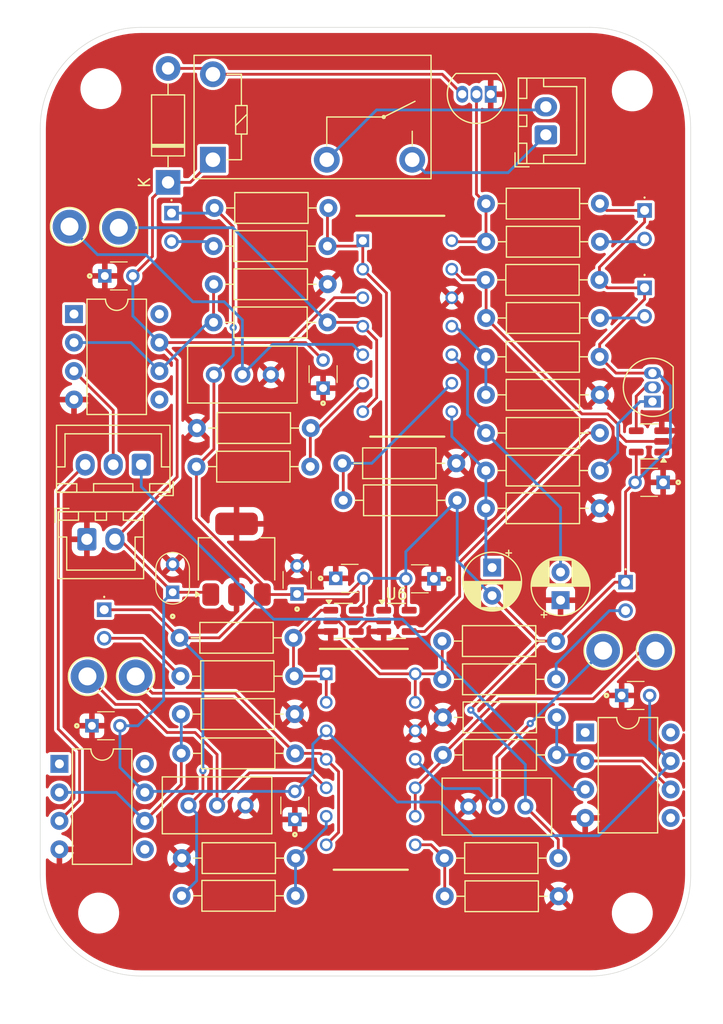
<source format=kicad_pcb>
(kicad_pcb (version 20240108) (generator "pcbnew") (generator_version "8.0")
  (title_block (title "Brake System Plausibility Device") (date "2023-07-26") (rev "v03") (company "UCD Formula Student") (comment 1 "Author: Nebojša Cvetković / Darren Garrett"))
  (layers (0 "F.Cu" signal) (31 "B.Cu" signal) (34 "B.Paste" user) (35 "F.Paste" user) (36 "B.SilkS" user "B.Silkscreen") (37 "F.SilkS" user "F.Silkscreen") (38 "B.Mask" user) (39 "F.Mask" user) (44 "Edge.Cuts" user))
  (net 0 "")
  (net 1 "Net-(U19A--)")
  (net 2 "Net-(U19C--)")
  (net 3 "Net-(U5A--)")
  (net 4 "Net-(R20-Pad1)")
  (net 5 "/500ms")
  (net 6 "/10s")
  (net 7 "CURRENT_SENSOR")
  (net 8 "+5V")
  (net 9 "Net-(R13-Pad1)")
  (net 10 "CURRENT_SENSOR_{BUF}")
  (net 11 "Net-(R26-Pad1)")
  (net 12 "GLV-")
  (net 13 "GLV+")
  (net 14 "Net-(D9-A)")
  (net 15 "BRAKE_SENSOR_FRONT")
  (net 16 "BRAKE_SENSOR_REAR")
  (net 17 "BSPD_Shutdown-")
  (net 18 "BSPD_Shutdown+")
  (net 19 "Net-(Q1-S)")
  (net 20 "Net-(Q1-G)")
  (net 21 "Net-(Q2-G)")
  (net 22 "BRAKE_SENSOR_FRONT_{BUF}")
  (net 23 "BRAKE_SENSOR_REAR_{BUF}")
  (net 24 "Net-(U19B--)")
  (net 25 "Net-(U19D--)")
  (net 26 "Net-(U5B--)")
  (net 27 "Net-(R14-Pad1)")
  (net 28 "Net-(R15-Pad1)")
  (net 29 "Net-(U5C-+)")
  (net 30 "Net-(U5D-+)")
  (net 31 "Net-(U19A-+)")
  (net 32 "Net-(U19C-+)")
  (net 33 "Net-(U5A-+)")
  (net 43 "Net-(U18-Pad4)")
  (net 45 "Net-(LED1-K)")
  (net 46 "Net-(LED2-K)")
  (net 47 "Net-(LED3-K)")
  (net 48 "Net-(LED4-K)")
  (net 49 "Net-(LED5-K)")
  (footprint "Resistor_THT:R_Axial_DIN0207_L6.3mm_D2.5mm_P10.16mm_Horizontal" (layer "F.Cu") (at 61.72 75.3)
    (property "Reference" "R24" (hide yes))
    (property "Value" "39k" (hide yes))
  )
  (footprint "MountingHole:MountingHole_3.2mm_M3" (layer "F.Cu") (at 87.5 112.1)
    (property "Reference" "REF**" (hide yes))
    (property "Value" "MountingHole_3.2mm_M3" (hide yes))
  )
  (footprint "Package_TO_SOT_SMD:SOT-23-5" (layer "F.Cu") (at 66.4625 86.05)
    (property "Reference" "U6")
    (property "Value" "SN74AHC1G02DBVR")
  )
  (footprint "FA14_Capacitor:FA18X7R1H104KNU00" (layer "F.Cu") (at 69.7975 82.3 180)
    (property "Reference" "C8" (hide yes))
    (property "Value" "0.1uF" (hide yes))
  )
  (footprint "TestPoint:TestPoint_Loop_D2.60mm_Drill1.6mm_Beaded" (layer "F.Cu") (at 38.9 91)
    (property "Reference" "TP5" (hide yes))
    (property "Value" "TestPoint" (hide yes))
  )
  (footprint "Resistor_THT:R_Axial_DIN0207_L6.3mm_D2.5mm_P10.16mm_Horizontal" (layer "F.Cu") (at 70.6 94.65)
    (property "Reference" "R3" (hide yes))
    (property "Value" "100k" (hide yes))
  )
  (footprint "Resistor_THT:R_Axial_DIN0207_L6.3mm_D2.5mm_P10.16mm_Horizontal" (layer "F.Cu") (at 80.71 91.26 180)
    (property "Reference" "R18" (hide yes))
    (property "Value" "10k" (hide yes))
  )
  (footprint "Connector_JST:JST_XH_B2B-XH-A_1x02_P2.50mm_Vertical" (layer "F.Cu") (at 38.85 78.775)
    (property "Reference" "J3" (hide yes))
    (property "Value" "Conn_01x02" (hide yes))
  )
  (footprint "Relay_THT:Relay_SPST_Omron-G5Q-1A" (layer "F.Cu") (at 50.09 44.94)
    (property "Reference" "K1" (hide yes))
    (property "Value" "G5Q-1A4-DC12" (hide yes))
  )
  (footprint "FA14_Capacitor:FA18X7R1H104KNU00" (layer "F.Cu") (at 57.4 103.75 90)
    (property "Reference" "C7" (hide yes))
    (property "Value" "0.1uF" (hide yes))
  )
  (footprint "Resistor_THT:R_Axial_DIN0207_L6.3mm_D2.5mm_P10.16mm_Horizontal" (layer "F.Cu") (at 60.39 49.24 180)
    (property "Reference" "R13" (hide yes))
    (property "Value" "10k" (hide yes))
  )
  (footprint "Resistor_THT:R_Axial_DIN0207_L6.3mm_D2.5mm_P10.16mm_Horizontal" (layer "F.Cu") (at 84.62 59.05 180)
    (property "Reference" "R28" (hide yes))
    (property "Value" "10k" (hide yes))
  )
  (footprint "MountingHole:MountingHole_3.2mm_M3" (layer "F.Cu") (at 40.1 38.6)
    (property "Reference" "REF**" (hide yes))
    (property "Value" "MountingHole_3.2mm_M3" (hide yes))
  )
  (footprint "Potentiometer_THT:Potentiometer_Bourns_3296W_Vertical" (layer "F.Cu") (at 77.96 102.6)
    (property "Reference" "RV3" (hide yes))
    (property "Value" "10k potentiometer" (hide yes))
  )
  (footprint "Resistor_THT:R_Axial_DIN0207_L6.3mm_D2.5mm_P10.16mm_Horizontal" (layer "F.Cu") (at 60.31 59.44 180)
    (property "Reference" "R4" (hide yes))
    (property "Value" "1k" (hide yes))
  )
  (footprint "LTL1CHG:LTL1CHG" (layer "F.Cu") (at 86.9 82.6 -90)
    (property "Reference" "LED3" (hide yes))
    (property "Value" "LTL-1CHG" (hide yes))
  )
  (footprint "LM339N:DIP794W53P254L1930H508Q14N" (layer "F.Cu") (at 64.17 98.39)
    (property "Reference" "U19" (hide yes))
    (property "Value" "LM339N" (hide yes))
  )
  (footprint "TestPoint:TestPoint_Loop_D2.60mm_Drill1.6mm_Beaded" (layer "F.Cu") (at 37.3 50.9)
    (property "Reference" "TP4" (hide yes))
    (property "Value" "TestPoint" (hide yes))
  )
  (footprint "TestPoint:TestPoint_Loop_D2.60mm_Drill1.6mm_Beaded" (layer "F.Cu") (at 43.2 91)
    (property "Reference" "TP2" (hide yes))
    (property "Value" "TestPoint" (hide yes))
  )
  (footprint "Capacitor_THT:CP_Radial_D5.0mm_P2.50mm" (layer "F.Cu") (at 81.1 84.205113 90)
    (property "Reference" "C10" (hide yes))
    (property "Value" "10uF" (hide yes))
  )
  (footprint "LTL1CHG:LTL1CHG" (layer "F.Cu") (at 88.595 49.46 -90)
    (property "Reference" "LED5" (hide yes))
    (property "Value" "LTL-1CHG" (hide yes))
  )
  (footprint "LTL1CHG:LTL1CHG" (layer "F.Cu") (at 88.595 56.36 -90)
    (property "Reference" "LED4" (hide yes))
    (property "Value" "LTL-1CHG" (hide yes))
  )
  (footprint "Resistor_THT:R_Axial_DIN0207_L6.3mm_D2.5mm_P10.16mm_Horizontal" (layer "F.Cu") (at 47.32 107.2)
    (property "Reference" "R10" (hide yes))
    (property "Value" "10k" (hide yes))
  )
  (footprint "Package_DIP:DIP-8_W7.62mm" (layer "F.Cu") (at 36.4 98.8)
    (property "Reference" "U2" (hide yes))
    (property "Value" "LM741CN/NOPB" (hide yes))
  )
  (footprint "Resistor_THT:R_Axial_DIN0207_L6.3mm_D2.5mm_P10.16mm_Horizontal" (layer "F.Cu") (at 57.39 94.36 180)
    (property "Reference" "R2" (hide yes))
    (property "Value" "100k" (hide yes))
  )
  (footprint "FA14_Capacitor:FA18X7R1H104KNU00" (layer "F.Cu") (at 39.3 95.4)
    (property "Reference" "C2" (hide yes))
    (property "Value" "0.1uF" (hide yes))
  )
  (footprint "Resistor_THT:R_Axial_DIN0207_L6.3mm_D2.5mm_P10.16mm_Horizontal" (layer "F.Cu") (at 47.19 90.98)
    (property "Reference" "R17" (hide yes))
    (property "Value" "10k" (hide yes))
  )
  (footprint "Resistor_THT:R_Axial_DIN0207_L6.3mm_D2.5mm_P10.16mm_Horizontal" (layer "F.Cu") (at 84.6 76.01 180)
    (property "Reference" "R21" (hide yes))
    (property "Value" "1M" (hide yes))
  )
  (footprint "Resistor_THT:R_Axial_DIN0207_L6.3mm_D2.5mm_P10.16mm_Horizontal" (layer "F.Cu") (at 70.6 98)
    (property "Reference" "R6" (hide yes))
    (property "Value" "1k" (hide yes))
  )
  (footprint "TestPoint:TestPoint_Loop_D2.60mm_Drill1.6mm_Beaded" (layer "F.Cu") (at 84.9 88.7)
    (property "Reference" "TP6" (hide yes))
    (property "Value" "TestPoint" (hide yes))
  )
  (footprint "Resistor_THT:R_Axial_DIN0207_L6.3mm_D2.5mm_P10.16mm_Horizontal" (layer "F.Cu") (at 84.61 48.85 180)
    (property "Reference" "R27" (hide yes))
    (property "Value" "10k" (hide yes))
  )
  (footprint "Diode_THT:D_DO-41_SOD81_P10.16mm_Horizontal" (layer "F.Cu") (at 46.09 46.96 90)
    (property "Reference" "D9" (hide yes))
    (property "Value" "1N4001" (hide yes))
  )
  (footprint "TestPoint:TestPoint_Loop_D2.60mm_Drill1.6mm_Beaded" (layer "F.Cu") (at 41.7 51)
    (property "Reference" "TP1" (hide yes))
    (property "Value" "TestPoint" (hide yes))
  )
  (footprint "Resistor_THT:R_Axial_DIN0207_L6.3mm_D2.5mm_P10.16mm_Horizontal" (layer "F.Cu") (at 60.31 52.64 180)
    (property "Reference" "R16" (hide yes))
    (property "Value" "10k" (hide yes))
  )
  (footprint "Package_TO_SOT_SMD:SOT-223-3_TabPin2" (layer "F.Cu") (at 52.2 80.55 90)
    (property "Reference" "U4" (hide yes))
    (property "Value" "LM7805MPX/NOPB" (hide yes))
  )
  (footprint "Resistor_THT:R_Axial_DIN0207_L6.3mm_D2.5mm_P10.16mm_Horizontal" (layer "F.Cu") (at 80.93 110.6 180)
    (property "Reference" "R12" (hide yes))
    (property "Value" "10k" (hide yes))
  )
  (footprint "Resistor_THT:R_Axial_DIN0207_L6.3mm_D2.5mm_P10.16mm_Horizontal" (layer "F.Cu") (at 48.66 68.86)
    (property "Reference" "R8" (hide yes))
    (property "Value" "10k" (hide yes))
  )
  (footprint "Resistor_THT:R_Axial_DIN0207_L6.3mm_D2.5mm_P10.16mm_Horizontal" (layer "F.Cu") (at 74.41 55.65)
    (property "Reference" "R26" (hide yes))
    (property "Value" "10k" (hide yes))
  )
  (footprint "FA14_Capacitor:FA18X7R1H104KNU00" (layer "F.Cu") (at 40.45 55.3)
    (property "Reference" "C1" (hide yes))
    (property "Value" "0.1uF" (hide yes))
  )
  (footprint "LTL1CHG:LTL1CHG" (layer "F.Cu") (at 46.4 49.7 -90)
    (property "Reference" "LED1" (hide yes))
    (property "Value" "LTL-1CHG" (hide yes))
  )
  (footprint "FA14_Capacitor:FA18X7R1H104KNU00" (layer "F.Cu") (at 90.25 73.7 180)
    (property "Reference" "C6" (hide yes))
    (property "Value" "0.1uF" (hide yes))
  )
  (footprint "Potentiometer_THT:Potentiometer_Bourns_3296W_Vertical" (layer "F.Cu") (at 47.92 102.5 180)
    (property "Reference" "RV2" (hide yes))
    (property "Value" "10k potentiometer" (hide yes))
  )
  (footprint "FA14_Capacitor:FA18X7R1H104KNU00" (layer "F.Cu") (at 86.55 92.7)
    (property "Reference" "C3" (hide yes))
    (property "Value" "0.1uF" (hide yes))
  )
  (footprint "MountingHole:MountingHole_3.2mm_M3" (layer "F.Cu") (at 39.9 112.1)
    (property "Reference" "REF**" (hide yes))
    (property "Value" "MountingHole_3.2mm_M3" (hide yes))
  )
  (footprint "Capacitor_THT:CP_Radial_D5.0mm_P2.50mm" (layer "F.Cu") (at 75 81.3 -90)
    (property "Reference" "C11" (hide yes))
    (property "Value" "10uF" (hide yes))
  )
  (footprint "Potentiometer_THT:Potentiometer_Bourns_3296W_Vertical" (layer "F.Cu") (at 50.18 64.1 180)
    (property "Reference" "RV1" (hide yes))
    (property "Value" "10k potentiometer" (hide yes))
  )
  (footprint "LTL1CHG:LTL1CHG" (layer "F.Cu") (at 40.395 85.06 -90)
    (property "Reference" "LED2" (hide yes))
    (property "Value" "LTL-1CHG" (hide yes))
  )
  (footprint "Resistor_THT:R_Axial_DIN0207_L6.3mm_D2.5mm_P10.16mm_Horizontal" (layer "F.Cu") (at 71.8 72 180)
    (property "Reference" "R25" (hide yes))
    (property "Value" "10k" (hide yes))
  )
  (footprint "Resistor_THT:R_Axial_DIN0207_L6.3mm_D2.5mm_P10.16mm_Horizontal" (layer "F.Cu") (at 84.6 72.65 180)
    (property "Reference" "R19" (hide yes))
    (property "Value" "1k" (hide yes))
  )
  (footprint "Resistor_THT:R_Axial_DIN0207_L6.3mm_D2.5mm_P10.16mm_Horizontal" (layer "F.Cu") (at 70.74 107.2)
    (property "Reference" "R11" (hide yes))
    (property "Value" "100k" (hide yes))
  )
  (footprint "Package_TO_SOT_SMD:SOT-23-5" (layer "F.Cu") (at 88.99 70.05 180)
    (property "Reference" "U9" (hide yes))
    (property "Value" "SN74LVC1G04DBVT" (hide yes))
  )
  (footprint "Resistor_THT:R_Axial_DIN0207_L6.3mm_D2.5mm_P10.16mm_Horizontal" (layer "F.Cu") (at 84.6 65.9 180)
    (property "Reference" "R23" (hide yes))
    (property "Value" "15k" (hide yes))
  )
  (footprint "Resistor_THT:R_Axial_DIN0207_L6.3mm_D2.5mm_P10.16mm_Horizontal" (layer "F.Cu") (at 74.43 62.51)
    (property "Reference" "R22" (hide yes))
    (property "Value" "10k" (hide yes))
  )
  (footprint "Package_TO_SOT_SMD:SOT-23-5" (layer "F.Cu") (at 61.74 86.05)
    (property "Reference" "U18" (hide yes))
    (property "Value" "SN74AHCT1G08DBVR" (hide yes))
  )
  (footprint "Resistor_THT:R_Axial_DIN0207_L6.3mm_D2.5mm_P10.16mm_Horizontal" (layer "F.Cu") (at 84.62 52.25 180)
    (property "Reference" "R29" (hide yes))
    (property "Value" "10k" (hide yes))
  )
  (footprint "Connector_JST:JST_XH_B2B-XH-A_1x02_P2.50mm_Vertical" (layer "F.Cu") (at 79.79 42.72 90)
    (property "Reference" "J2" (hide yes))
    (property "Value" "Conn_01x02" (hide yes))
  )
  (footprint "Resistor_THT:R_Axial_DIN0207_L6.3mm_D2.5mm_P10.16mm_Horizontal" (layer "F.Cu") (at 57.43 97.86 180)
    (property "Reference" "R5" (hide yes))
    (property "Value" "1k" (hide yes))
  )
  (footprint "FA14_Capacitor:FA14X7R1H224KNU00" (layer "F.Cu") (at 46.5 83.5 90)
    (property "Reference" "C4" (hide yes))
    (property "Value" "0.22uF" (hide yes))
  )
  (footprint "MountingHole:MountingHole_3.2mm_M3" (layer "F.Cu") (at 87.5 38.8)
    (property "Reference" "REF**" (hide yes))
    (property "Value" "MountingHole_3.2mm_M3" (hide yes))
  )
  (footprint "Package_DIP:DIP-8_W7.62mm" (layer "F.Cu") (at 37.7 58.7)
    (property "Reference" "U1" (hide yes))
    (property "Value" "LM741CN/NOPB" (hide yes))
  )
  (footprint "Resistor_THT:R_Axial_DIN0207_L6.3mm_D2.5mm_P10.16mm_Horizontal" (layer "F.Cu") (at 57.46 110.56 180)
    (property "Reference" "R9" (hide yes))
    (property "Value" "100k" (hide yes))
  )
  (footprint "LM339N:DIP794W53P254L1930H508Q14N" (layer "F.Cu") (at 67.43 59.78)
    (property "Reference" "U5" (hide yes))
    (property "Value" "LM339N" (hide yes))
  )
  (footprint "FA14_Capacitor:FA18X7R1H104KNU00" (layer "F.Cu") (at 57.6 83.65 90)
    (property "Reference" "C5" (hide yes))
    (property "Value" "0.1uF" (hide yes))
  )
  (footprint "Resistor_THT:R_Axial_DIN0207_L6.3mm_D2.5mm_P10.16mm_Horizontal" (layer "F.Cu") (at 58.78 72.3 180)
    (property "Reference" "R7" (hide yes))
    (property "Value" "100k" (hide yes))
  )
  (footprint "Package_TO_SOT_THT:TO-92_Inline" (layer "F.Cu") (at 74.87 39.1 180)
    (property "Reference" "Q2" (hide yes))
    (property "Value" "2N7000" (hide yes))
  )
  (footprint "Resistor_THT:R_Axial_DIN0207_L6.3mm_D2.5mm_P10.16mm_Horizontal" (layer "F.Cu") (at 57.28 87.56 180)
    (property "Reference" "R14" (hide yes))
    (property "Value" "10k" (hide yes))
  )
  (footprint "FA14_Capacitor:FA18X7R1H104KNU00" (layer "F.Cu") (at 59.92 65.3 90)
    (property "Reference" "C12" (hide yes))
    (property "Value" "0.1uF" (hide yes))
  )
  (footprint "Connector_JST:JST_XH_B3B-XH-A_1x03_P2.50mm_Vertical" (layer "F.Cu") (at 43.7 72.125 180)
    (property "Reference" "J1" (hide yes))
    (property "Value" "Conn_01x03" (hide yes))
  )
  (footprint "Package_DIP:DIP-8_W7.62mm" (layer "F.Cu") (at 83.3 96)
    (property "Reference" "U3" (hide yes))
    (property "Value" "LM741CN/NOPB" (hide yes))
  )
  (footprint "Resistor_THT:R_Axial_DIN0207_L6.3mm_D2.5mm_P10.16mm_Horizontal" (layer "F.Cu") (at 60.33 56.04 180)
    (property "Reference" "R1" (hide yes))
    (property "Value" "100k" (hide yes))
  )
  (footprint "Resistor_THT:R_Axial_DIN0207_L6.3mm_D2.5mm_P10.16mm_Horizontal" (layer "F.Cu") (at 84.61 69.3 180)
    (property "Reference" "R20" (hide yes))
    (property "Value" "56k" (hide yes))
  )
  (footprint "TestPoint:TestPoint_Loop_D2.60mm_Drill1.6mm_Beaded" (layer "F.Cu") (at 89.56 88.7)
    (property "Reference" "TP3" (hide yes))
    (property "Value" "TestPoint" (hide yes))
  )
  (footprint "Package_TO_SOT_THT:TO-92_Inline" (layer "F.Cu") (at 89.3 66.5 90)
    (property "Reference" "Q1" (hide yes))
    (property "Value" "2N7000" (hide yes))
  )
  (footprint "Resistor_THT:R_Axial_DIN0207_L6.3mm_D2.5mm_P10.16mm_Horizontal" (layer "F.Cu") (at 70.54 87.85)
    (property "Reference" "R15" (hide yes))
    (property "Value" "10k" (hide yes))
  )
  (footprint "FA14_Capacitor:FA18X7R1H104KNU00" (layer "F.Cu") (at 61.0475 82.26)
    (property "Reference" "C9" (hide yes))
    (property "Value" "0.1uF" (hide yes))
  )
  (gr_line (start 34.69 108.7) (end 34.69 42.15) (stroke (width 0.05)) (layer "Edge.Cuts"))
  (gr_arc (start 34.69 42.15) (mid 37.328968 35.778968) (end 43.7 33.14) (stroke (width 0.05)) (layer "Edge.Cuts"))
  (gr_line (start 83.7 117.71) (end 43.7 117.71) (stroke (width 0.05)) (layer "Edge.Cuts"))
  (gr_arc (start 92.71 108.7) (mid 90.071032 115.071032) (end 83.7 117.71) (stroke (width 0.05)) (layer "Edge.Cuts"))
  (gr_arc (start 83.7 33.14) (mid 90.071032 35.778968) (end 92.71 42.15) (stroke (width 0.05)) (layer "Edge.Cuts"))
  (gr_line (start 92.71 42.15) (end 92.71 108.7) (stroke (width 0.05)) (layer "Edge.Cuts"))
  (gr_arc (start 43.7 117.71) (mid 37.328968 115.071032) (end 34.69 108.7) (stroke (width 0.05)) (layer "Edge.Cuts"))
  (gr_line (start 43.7 33.14) (end 83.7 33.14) (stroke (width 0.05)) (layer "Edge.Cuts"))
  (segment (start 59.67 97.86) (end 60.2 98.39) (width 0.25) (layer "F.Cu") (net 1))
  (segment (start 44.7 92.5) (end 43.2 91) (width 0.25) (layer "F.Cu") (net 1))
  (segment (start 57.43 97.86) (end 59.67 97.86) (width 0.25) (layer "F.Cu") (net 1))
  (segment (start 61.3 99.49) (end 61.3 104.91) (width 0.25) (layer "F.Cu") (net 1))
  (segment (start 60.2 98.39) (end 61.3 99.49) (width 0.25) (layer "F.Cu") (net 1))
  (segment (start 52.07 92.5) (end 44.7 92.5) (width 0.25) (layer "F.Cu") (net 1))
  (segment (start 57.43 97.86) (end 52.07 92.5) (width 0.25) (layer "F.Cu") (net 1))
  (segment (start 61.3 104.91) (end 60.2 106.01) (width 0.25) (layer "F.Cu") (net 1))
  (segment (start 88.3 88.7) (end 89.56 88.7) (width 0.25) (layer "F.Cu") (net 2))
  (segment (start 70.6 98.47) (end 70.6 98) (width 0.25) (layer "F.Cu") (net 2))
  (segment (start 70.6 98) (end 75.6 93) (width 0.25) (layer "F.Cu") (net 2))
  (segment (start 75.6 93) (end 84 93) (width 0.25) (layer "F.Cu") (net 2))
  (segment (start 84 93) (end 88.3 88.7) (width 0.25) (layer "F.Cu") (net 2))
  (segment (start 68.14 103.47) (end 68.14 100.93) (width 0.25) (layer "F.Cu") (net 2))
  (segment (start 68.14 100.93) (end 70.6 98.47) (width 0.25) (layer "F.Cu") (net 2))
  (segment (start 64.7 66.16) (end 64.7 61.02) (width 0.25) (layer "F.Cu") (net 3))
  (segment (start 63.46 67.4) (end 64.7 66.16) (width 0.25) (layer "F.Cu") (net 3))
  (segment (start 64.7 61.02) (end 63.46 59.78) (width 0.25) (layer "F.Cu") (net 3))
  (segment (start 63.12 59.44) (end 63.46 59.78) (width 0.25) (layer "F.Cu") (net 3))
  (segment (start 60.31 59.44) (end 63.12 59.44) (width 0.25) (layer "F.Cu") (net 3))
  (segment (start 51.87 51) (end 60.31 59.44) (width 0.25) (layer "B.Cu") (net 3))
  (segment (start 41.7 51) (end 51.87 51) (width 0.25) (layer "B.Cu") (net 3))
  (segment (start 68.9775 87) (end 72.1 83.8775) (width 0.25) (layer "F.Cu") (net 4))
  (segment (start 83.6 69.3) (end 84.61 69.3) (width 0.25) (layer "F.Cu") (net 4))
  (segment (start 72.1 80.8) (end 83.6 69.3) (width 0.25) (layer "F.Cu") (net 4))
  (segment (start 72.1 83.8775) (end 72.1 80.8) (width 0.25) (layer "F.Cu") (net 4))
  (segment (start 67.6 87) (end 68.9775 87) (width 0.25) (layer "F.Cu") (net 4))
  (segment (start 72.8 67.65) (end 72.8 63.72) (width 0.25) (layer "B.Cu") (net 5))
  (segment (start 81.1 81.705113) (end 81.1 75.95) (width 0.25) (layer "B.Cu") (net 5))
  (segment (start 74.45 69.3) (end 72.8 67.65) (width 0.25) (layer "B.Cu") (net 5))
  (segment (start 81.1 75.95) (end 74.45 69.3) (width 0.25) (layer "B.Cu") (net 5))
  (segment (start 72.8 63.72) (end 71.4 62.32) (width 0.25) (layer "B.Cu") (net 5))
  (segment (start 74.44 76.01) (end 74.44 72.65) (width 0.25) (layer "B.Cu") (net 6))
  (segment (start 74.44 76.01) (end 74.44 80.74) (width 0.25) (layer "B.Cu") (net 6))
  (segment (start 74.44 80.74) (end 75 81.3) (width 0.25) (layer "B.Cu") (net 6))
  (segment (start 74.44 72.65) (end 71.4 69.61) (width 0.25) (layer "B.Cu") (net 6))
  (segment (start 71.4 69.61) (end 71.4 67.4) (width 0.25) (layer "B.Cu") (net 6))
  (segment (start 41.2 67.28) (end 37.7 63.78) (width 0.25) (layer "F.Cu") (net 7))
  (segment (start 41.2 72.125) (end 41.2 67.28) (width 0.25) (layer "F.Cu") (net 7))
  (segment (start 48.62 72.3) (end 50.18 70.74) (width 0.25) (layer "F.Cu") (net 8))
  (segment (start 57.55 83.7) (end 57.6 83.65) (width 0.25) (layer "F.Cu") (net 8))
  (segment (start 67.2975 84.7975) (end 67.2975 82.3) (width 0.25) (layer "F.Cu") (net 8))
  (segment (start 85.28 56.36) (end 84.57 55.65) (width 0.25) (layer "F.Cu") (net 8))
  (segment (start 84.57 55.65) (end 84.57 54.51863) (width 0.25) (layer "F.Cu") (net 8))
  (segment (start 88.595 56.36) (end 85.28 56.36) (width 0.25) (layer "F.Cu") (net 8))
  (segment (start 50.18 70.74) (end 50.18 64.1) (width 0.25) (layer "F.Cu") (net 8))
  (segment (start 54.5 83.7) (end 57.55 83.7) (width 0.25) (layer "F.Cu") (net 8))
  (segment (start 49.2 101.22) (end 49.2 99.4) (width 0.25) (layer "F.Cu") (net 8))
  (segment (start 67.6 85.1) (end 67.2975 84.7975) (width 0.25) (layer "F.Cu") (net 8))
  (segment (start 85.22 49.46) (end 84.61 48.85) (width 0.25) (layer "F.Cu") (net 8))
  (segment (start 86.04 63.96) (end 84.59 62.51) (width 0.25) (layer "F.Cu") (net 8))
  (segment (start 79.15 87.85) (end 80.7 87.85) (width 0.25) (layer "F.Cu") (net 8))
  (segment (start 88.595 50.49363) (end 88.595 49.46) (width 0.25) (layer "F.Cu") (net 8))
  (segment (start 85.95 82.6) (end 86.9 82.6) (width 0.25) (layer "F.Cu") (net 8))
  (segment (start 51.9 59.9) (end 51.9 50.91) (width 0.25) (layer "F.Cu") (net 8))
  (segment (start 89.3 63.96) (end 86.04 63.96) (width 0.25) (layer "F.Cu") (net 8))
  (segment (start 44.62 85.06) (end 47.12 87.56) (width 0.25) (layer "F.Cu") (net 8))
  (segment (start 54.5 82.773998) (end 54.5 83.7) (width 0.25) (layer "F.Cu") (net 8))
  (segment (start 80.9 107.2) (end 80.9 105.54) (width 0.25) (layer "F.Cu") (net 8))
  (segment (start 47.92 102.5) (end 49.2 101.22) (width 0.25) (layer "F.Cu") (net 8))
  (segment (start 50.64 87.56) (end 54.5 83.7) (width 0.25) (layer "F.Cu") (net 8))
  (segment (start 80.9 105.54) (end 77.96 102.6) (width 0.25) (layer "F.Cu") (net 8))
  (segment (start 87.8525 71) (end 87.8525 73.5975) (width 0.25) (layer "F.Cu") (net 8))
  (segment (start 57.6 83.65) (end 62.1575 83.65) (width 0.25) (layer "F.Cu") (net 8))
  (segment (start 86.9 82.6) (end 86.9 74.55) (width 0.25) (layer "F.Cu") (net 8))
  (segment (start 84.57 54.51863) (end 88.595 50.49363) (width 0.25) (layer "F.Cu") (net 8))
  (segment (start 73.1 93.9) (end 79.15 87.85) (width 0.25) (layer "F.Cu") (net 8))
  (segment (start 63.5475 84.43) (end 63.5475 82.26) (width 0.25) (layer "F.Cu") (net 8))
  (segment (start 62.1575 83.65) (end 63.5475 82.26) (width 0.25) (layer "F.Cu") (net 8))
  (segment (start 51.9 50.91) (end 50.23 49.24) (width 0.25) (layer "F.Cu") (net 8))
  (segment (start 88.595 49.46) (end 85.22 49.46) (width 0.25) (layer "F.Cu") (net 8))
  (segment (start 73.1 94) (end 73.1 93.9) (width 0.25) (layer "F.Cu") (net 8))
  (segment (start 88.595 57.37363) (end 88.595 56.36) (width 0.25) (layer "F.Cu") (net 8))
  (segment (start 79.05 87.85) (end 80.7 87.85) (width 0.25) (layer "F.Cu") (net 8))
  (segment (start 86.9 74.55) (end 87.75 73.7) (width 0.25) (layer "F.Cu") (net 8))
  (segment (start 80.7 87.85) (end 85.95 82.6) (width 0.25) (layer "F.Cu") (net 8))
  (segment (start 48.62 76.893998) (end 54.5 82.773998) (width 0.25) (layer "F.Cu") (net 8))
  (segment (start 57.15 83.7) (end 57.2 83.65) (width 0.25) (layer "F.Cu") (net 8))
  (segment (start 84.59 62.51) (end 84.59 61.37863) (width 0.25) (layer "F.Cu") (net 8))
  (segment (start 62.8775 85.1) (end 63.5475 84.43) (width 0.25) (layer "F.Cu") (net 8))
  (segment (start 75 83.8) (end 79.05 87.85) (width 0.25) (layer "F.Cu") (net 8))
  (segment (start 87.8525 73.5975) (end 87.75 73.7) (width 0.25) (layer "F.Cu") (net 8))
  (segment (start 84.59 61.37863) (end 88.595 57.37363) (width 0.25) (layer "F.Cu") (net 8))
  (segment (start 48.62 72.3) (end 48.62 76.893998) (width 0.25) (layer "F.Cu") (net 8))
  (segment (start 47.12 87.56) (end 50.64 87.56) (width 0.25) (layer "F.Cu") (net 8))
  (segment (start 40.395 85.06) (end 44.62 85.06) (width 0.25) (layer "F.Cu") (net 8))
  (via (at 73.1 94) (size 0.65) (drill 0.25) (layers "F.Cu" "B.Cu") (net 8))
  (via (at 49.2 99.4) (size 0.65) (drill 0.25) (layers "F.Cu" "B.Cu") (net 8))
  (via (at 51.9 59.9) (size 0.65) (drill 0.25) (layers "F.Cu" "B.Cu") (net 8))
  (segment (start 67.2975 79.8825) (end 71.88 75.3) (width 0.25) (layer "B.Cu") (net 8))
  (segment (start 90.9 65.1) (end 89.76 63.96) (width 0.25) (layer "B.Cu") (net 8))
  (segment (start 48.639999 103.219999) (end 48.639999 109.220001) (width 0.25) (layer "B.Cu") (net 8))
  (segment (start 77.96 98.86) (end 73.1 94) (width 0.25) (layer "B.Cu") (net 8))
  (segment (start 47.92 102.5) (end 48.639999 103.219999) (width 0.25) (layer "B.Cu") (net 8))
  (segment (start 46.4 49.7) (end 49.77 49.7) (width 0.25) (layer "B.Cu") (net 8))
  (segment (start 49.2 89.64) (end 47.12 87.56) (width 0.25) (layer "B.Cu") (net 8))
  (segment (start 77.96 102.6) (end 77.96 98.86) (width 0.25) (layer "B.Cu") (net 8))
  (segment (start 51.9 59.9) (end 51.9 62.38) (width 0.25) (layer "B.Cu") (net 8))
  (segment (start 49.77 49.7) (end 50.23 49.24) (width 0.25) (layer "B.Cu") (net 8))
  (segment (start 67.2575 82.26) (end 67.2975 82.3) (width 0.25) (layer "B.Cu") (net 8))
  (segment (start 90.9 70.55) (end 90.9 65.1) (width 0.25) (layer "B.Cu") (net 8))
  (segment (start 51.9 62.38) (end 50.18 64.1) (width 0.25) (layer "B.Cu") (net 8))
  (segment (start 49.2 99.4) (end 49.2 89.64) (width 0.25) (layer "B.Cu") (net 8))
  (segment (start 89.76 63.96) (end 89.3 63.96) (width 0.25) (layer "B.Cu") (net 8))
  (segment (start 67.2975 82.3) (end 67.2975 79.8825) (width 0.25) (layer "B.Cu") (net 8))
  (segment (start 71.88 80.68) (end 75 83.8) (width 0.25) (layer "B.Cu") (net 8))
  (segment (start 63.5475 82.26) (end 67.2575 82.26) (width 0.25) (layer "B.Cu") (net 8))
  (segment (start 71.88 75.3) (end 71.88 80.68) (width 0.25) (layer "B.Cu") (net 8))
  (segment (start 48.639999 109.220001) (end 47.3 110.56) (width 0.25) (layer "B.Cu") (net 8))
  (segment (start 87.75 73.7) (end 90.9 70.55) (width 0.25) (layer "B.Cu") (net 8))
  (segment (start 60.31 49.32) (end 60.39 49.24) (width 0.25) (layer "F.Cu") (net 9))
  (segment (start 65.57 84.855) (end 65.57 56.81) (width 0.25) (layer "F.Cu") (net 9))
  (segment (start 65.325 85.1) (end 65.57 84.855) (width 0.25) (layer "F.Cu") (net 9))
  (segment (start 65.57 56.81) (end 63.46 54.7) (width 0.25) (layer "F.Cu") (net 9))
  (segment (start 63.46 54.7) (end 63.46 52.16) (width 0.25) (layer "F.Cu") (net 9))
  (segment (start 60.31 52.64) (end 62.98 52.64) (width 0.25) (layer "F.Cu") (net 9))
  (segment (start 60.31 52.64) (end 60.31 49.32) (width 0.25) (layer "F.Cu") (net 9))
  (segment (start 62.98 52.64) (end 63.46 52.16) (width 0.25) (layer "F.Cu") (net 9))
  (segment (start 50.15 56.06) (end 50.17 56.04) (width 0.25) (layer "F.Cu") (net 10))
  (segment (start 50.15 59.44) (end 50.15 56.06) (width 0.25) (layer "F.Cu") (net 10))
  (segment (start 45.32 63.78) (end 49.66 59.44) (width 0.25) (layer "B.Cu") (net 10))
  (segment (start 49.66 59.44) (end 50.15 59.44) (width 0.25) (layer "B.Cu") (net 10))
  (segment (start 42.78 61.24) (end 45.32 63.78) (width 0.25) (layer "B.Cu") (net 10))
  (segment (start 37.7 61.24) (end 42.78 61.24) (width 0.25) (layer "B.Cu") (net 10))
  (segment (start 74.46 55.7) (end 74.41 55.65) (width 0.25) (layer "F.Cu") (net 11))
  (segment (start 83.01 67.6) (end 74.46 59.05) (width 0.25) (layer "F.Cu") (net 11))
  (segment (start 74.46 59.05) (end 74.46 55.7) (width 0.25) (layer "F.Cu") (net 11))
  (segment (start 86.3 69.4) (end 86.3 68.6) (width 0.25) (layer "F.Cu") (net 11))
  (segment (start 85.3 67.6) (end 83.01 67.6) (width 0.25) (layer "F.Cu") (net 11))
  (segment (start 72.35 55.65) (end 71.4 54.7) (width 0.25) (layer "F.Cu") (net 11))
  (segment (start 90.1275 70.05) (end 86.95 70.05) (width 0.25) (layer "F.Cu") (net 11))
  (segment (start 86.3 68.6) (end 85.3 67.6) (width 0.25) (layer "F.Cu") (net 11))
  (segment (start 86.95 70.05) (end 86.3 69.4) (width 0.25) (layer "F.Cu") (net 11))
  (segment (start 74.41 55.65) (end 72.35 55.65) (width 0.25) (layer "F.Cu") (net 11))
  (segment (start 44.7 48.35) (end 44.7 53.55) (width 0.25) (layer "F.Cu") (net 13))
  (segment (start 49.7 83.5) (end 49.9 83.7) (width 0.25) (layer "F.Cu") (net 13))
  (segment (start 54.8 61.24) (end 58.36 61.24) (width 0.25) (layer "F.Cu") (net 13))
  (segment (start 46.09 46.96) (end 48.07 46.96) (width 0.25) (layer "F.Cu") (net 13))
  (segment (start 46.09 46.96) (end 44.7 48.35) (width 0.25) (layer "F.Cu") (net 13))
  (segment (start 58.36 61.24) (end 59.92 62.8) (width 0.25) (layer "F.Cu") (net 13))
  (segment (start 48.07 46.96) (end 50.09 44.94) (width 0.25) (layer "F.Cu") (net 13))
  (segment (start 44.7 53.55) (end 42.95 55.3) (width 0.25) (layer "F.Cu") (net 13))
  (segment (start 46.9 62.82) (end 45.32 61.24) (width 0.25) (layer "F.Cu") (net 13))
  (segment (start 41.775 78.775) (end 46.5 83.5) (width 0.25) (layer "F.Cu") (net 13))
  (segment (start 60.919009 57.24) (end 56.919009 61.24) (width 0.25) (layer "F.Cu") (net 13))
  (segment (start 41.35 78.775) (end 41.775 78.775) (width 0.25) (layer "F.Cu") (net 13))
  (segment (start 41.35 78.775) (end 46.9 73.225) (width 0.25) (layer "F.Cu") (net 13))
  (segment (start 45.32 61.24) (end 54.8 61.24) (width 0.25) (layer "F.Cu") (net 13))
  (segment (start 46.5 83.5) (end 49.7 83.5) (width 0.25) (layer "F.Cu") (net 13))
  (segment (start 46.9 73.225) (end 46.9 62.82) (width 0.25) (layer "F.Cu") (net 13))
  (segment (start 63.46 57.24) (end 60.919009 57.24) (width 0.25) (layer "F.Cu") (net 13))
  (segment (start 57.4 101.25) (end 59 99.65) (width 0.25) (layer "B.Cu") (net 13))
  (segment (start 90.92 98.54) (end 89.05 96.67) (width 0.25) (layer "B.Cu") (net 13))
  (segment (start 42.95 55.3) (end 42.95 58.87) (width 0.25) (layer "B.Cu") (net 13))
  (segment (start 84.5 105.2) (end 90.92 98.78) (width 0.25) (layer "B.Cu") (net 13))
  (segment (start 73.3 105.2) (end 84.5 105.2) (width 0.25) (layer "B.Cu") (net 13))
  (segment (start 90.92 98.78) (end 90.92 98.54) (width 0.25) (layer "B.Cu") (net 13))
  (segment (start 41.8 95.4) (end 43.4 95.4) (width 0.25) (layer "B.Cu") (net 13))
  (segment (start 59.92 62.8) (end 59.92 62.78) (width 0.25) (layer "B.Cu") (net 13))
  (segment (start 66.55 102.2) (end 70.3 102.2) (width 0.25) (layer "B.Cu") (net 13))
  (segment (start 70.3 102.2) (end 73.3 105.2) (width 0.25) (layer "B.Cu") (net 13))
  (segment (start 45.7 84.3) (end 46.5 83.5) (width 0.25) (layer "B.Cu") (net 13))
  (segment (start 44.11 101.25) (end 44.02 101.34) (width 0.25) (layer "B.Cu") (net 13))
  (segment (start 59 97.05) (end 60.2 95.85) (width 0.25) (layer "B.Cu") (net 13))
  (segment (start 59 99.65) (end 59 97.05) (width 0.25) (layer "B.Cu") (net 13))
  (segment (start 89.05 96.67) (end 89.05 92.7) (width 0.25) (layer "B.Cu") (net 13))
  (segment (start 43.4 95.4) (end 45.7 93.1) (width 0.25) (layer "B.Cu") (net 13))
  (segment (start 44.02 101.34) (end 41.8 99.12) (width 0.25) (layer "B.Cu") (net 13))
  (segment (start 60.2 95.85) (end 66.55 102.2) (width 0.25) (layer "B.Cu") (net 13))
  (segment (start 45.7 93.1) (end 45.7 84.3) (width 0.25) (layer "B.Cu") (net 13))
  (segment (start 57.4 101.25) (end 44.11 101.25) (width 0.25) (layer "B.Cu") (net 13))
  (segment (start 42.95 58.87) (end 45.32 61.24) (width 0.25) (layer "B.Cu") (net 13))
  (segment (start 41.8 99.12) (end 41.8 95.4) (width 0.25) (layer "B.Cu") (net 13))
  (segment (start 70.55 37.32) (end 72.33 39.1) (width 0.25) (layer "F.Cu") (net 14))
  (segment (start 49.57 36.8) (end 50.09 37.32) (width 0.25) (layer "F.Cu") (net 14))
  (segment (start 50.09 37.32) (end 70.55 37.32) (width 0.25) (layer "F.Cu") (net 14))
  (segment (start 46.09 36.8) (end 49.57 36.8) (width 0.25) (layer "F.Cu") (net 14))
  (segment (start 36.3 95.7) (end 36.3 74.525) (width 0.25) (layer "F.Cu") (net 15))
  (segment (start 38.2 97.6) (end 36.3 95.7) (width 0.25) (layer "F.Cu") (net 15))
  (segment (start 36.4 103.88) (end 38.2 102.08) (width 0.25) (layer "F.Cu") (net 15))
  (segment (start 36.3 74.525) (end 38.7 72.125) (width 0.25) (layer "F.Cu") (net 15))
  (segment (start 38.2 102.08) (end 38.2 97.6) (width 0.25) (layer "F.Cu") (net 15))
  (segment (start 55.5 85.9) (end 43.7 74.1) (width 0.25) (layer "B.Cu") (net 16))
  (segment (start 66.98863 85.9) (end 55.5 85.9) (width 0.25) (layer "B.Cu") (net 16))
  (segment (start 83.3 101.08) (end 82.16863 101.08) (width 0.25) (layer "B.Cu") (net 16))
  (segment (start 82.16863 101.08) (end 66.98863 85.9) (width 0.25) (layer "B.Cu") (net 16))
  (segment (start 43.7 74.1) (end 43.7 72.125) (width 0.25) (layer "B.Cu") (net 16))
  (segment (start 64.69 40.5) (end 60.25 44.94) (width 0.25) (layer "B.Cu") (net 17))
  (segment (start 79.51 40.5) (end 64.69 40.5) (width 0.25) (layer "B.Cu") (net 17))
  (segment (start 79.79 40.22) (end 79.51 40.5) (width 0.25) (layer "B.Cu") (net 17))
  (segment (start 67.87 44.94) (end 69.02 46.09) (width 0.25) (layer "B.Cu") (net 18))
  (segment (start 76.42 46.09) (end 79.79 42.72) (width 0.25) (layer "B.Cu") (net 18))
  (segment (start 69.02 46.09) (end 76.42 46.09) (width 0.25) (layer "B.Cu") (net 18))
  (segment (start 86.2 71.05) (end 86.2 68.5) (width 0.25) (layer "B.Cu") (net 19))
  (segment (start 88.2 66.5) (end 89.3 66.5) (width 0.25) (layer "B.Cu") (net 19))
  (segment (start 84.6 72.65) (end 86.2 71.05) (width 0.25) (layer "B.Cu") (net 19))
  (segment (start 86.2 68.5) (end 88.2 66.5) (width 0.25) (layer "B.Cu") (net 19))
  (segment (start 87.8525 69.1) (end 87.8525 66.0225) (width 0.25) (layer "F.Cu") (net 20))
  (segment (start 87.8525 66.0225) (end 88.645 65.23) (width 0.25) (layer "F.Cu") (net 20))
  (segment (start 88.645 65.23) (end 89.3 65.23) (width 0.25) (layer "F.Cu") (net 20))
  (segment (start 74.45 48.85) (end 74.45 52.24) (width 0.25) (layer "F.Cu") (net 21))
  (segment (start 71.49 52.25) (end 71.4 52.16) (width 0.25) (layer "F.Cu") (net 21))
  (segment (start 74.46 52.25) (end 71.49 52.25) (width 0.25) (layer "F.Cu") (net 21))
  (segment (start 73.6 48) (end 73.6 39.1) (width 0.25) (layer "F.Cu") (net 21))
  (segment (start 74.45 48.85) (end 73.6 48) (width 0.25) (layer "F.Cu") (net 21))
  (segment (start 74.45 52.24) (end 74.46 52.25) (width 0.25) (layer "F.Cu") (net 21))
  (segment (start 47.27 100.63) (end 47.27 97.86) (width 0.25) (layer "F.Cu") (net 22))
  (segment (start 44.02 103.88) (end 47.27 100.63) (width 0.25) (layer "F.Cu") (net 22))
  (segment (start 47.27 97.86) (end 47.27 94.4) (width 0.25) (layer "B.Cu") (net 22))
  (segment (start 41.48 101.34) (end 44.02 103.88) (width 0.25) (layer "B.Cu") (net 22))
  (segment (start 47.27 94.4) (end 47.23 94.36) (width 0.25) (layer "B.Cu") (net 22))
  (segment (start 36.4 101.34) (end 41.48 101.34) (width 0.25) (layer "B.Cu") (net 22))
  (segment (start 83.3 98.54) (end 88.38 98.54) (width 0.25) (layer "F.Cu") (net 23))
  (segment (start 88.38 98.54) (end 90.92 101.08) (width 0.25) (layer "F.Cu") (net 23))
  (segment (start 82.76 98) (end 83.3 98.54) (width 0.25) (layer "B.Cu") (net 23))
  (segment (start 80.76 94.65) (end 80.76 98) (width 0.25) (layer "B.Cu") (net 23))
  (segment (start 80.76 98) (end 82.76 98) (width 0.25) (layer "B.Cu") (net 23))
  (segment (start 57.46 107.22) (end 57.48 107.2) (width 0.25) (layer "B.Cu") (net 24))
  (segment (start 57.48 107.2) (end 60.2 104.48) (width 0.25) (layer "B.Cu") (net 24))
  (segment (start 57.46 110.56) (end 57.46 107.22) (width 0.25) (layer "B.Cu") (net 24))
  (segment (start 60.2 104.48) (end 60.2 103.47) (width 0.25) (layer "B.Cu") (net 24))
  (segment (start 70.77 107.23) (end 70.74 107.2) (width 0.25) (layer "F.Cu") (net 25))
  (segment (start 68.14 106.01) (end 69.55 106.01) (width 0.25) (layer "F.Cu") (net 25))
  (segment (start 70.77 110.6) (end 70.77 107.23) (width 0.25) (layer "F.Cu") (net 25))
  (segment (start 69.55 106.01) (end 70.74 107.2) (width 0.25) (layer "F.Cu") (net 25))
  (segment (start 59.46 68.86) (end 63.46 64.86) (width 0.25) (layer "F.Cu") (net 26))
  (segment (start 58.78 72.3) (end 58.78 68.9) (width 0.25) (layer "F.Cu") (net 26))
  (segment (start 58.82 68.86) (end 59.46 68.86) (width 0.25) (layer "F.Cu") (net 26))
  (segment (start 58.78 68.9) (end 58.82 68.86) (width 0.25) (layer "F.Cu") (net 26))
  (segment (start 57.28 90.91) (end 57.35 90.98) (width 0.25) (layer "F.Cu") (net 27))
  (segment (start 57.28 87.56) (end 59.74 85.1) (width 0.25) (layer "F.Cu") (net 27))
  (segment (start 59.74 85.1) (end 60.6025 85.1) (width 0.25) (layer "F.Cu") (net 27))
  (segment (start 60.2 90.77) (end 60.2 93.31) (width 0.25) (layer "F.Cu") (net 27))
  (segment (start 57.28 87.56) (end 57.28 90.91) (width 0.25) (layer "F.Cu") (net 27))
  (segment (start 59.99 90.98) (end 60.2 90.77) (width 0.25) (layer "F.Cu") (net 27))
  (segment (start 57.35 90.98) (end 59.99 90.98) (width 0.25) (layer "F.Cu") (net 27))
  (segment (start 60.6025 86.05) (end 61.264999 86.05) (width 0.25) (layer "F.Cu") (net 28))
  (segment (start 64.97 90.77) (end 68.3 90.77) (width 0.25) (layer "F.Cu") (net 28))
  (segment (start 61.264999 86.05) (end 61.8 86.585001) (width 0.25) (layer "F.Cu") (net 28))
  (segment (start 70.55 91.26) (end 70.55 87.86) (width 0.25) (layer "F.Cu") (net 28))
  (segment (start 70.06 90.77) (end 70.55 91.26) (width 0.25) (layer "F.Cu") (net 28))
  (segment (start 70.55 87.86) (end 70.54 87.85) (width 0.25) (layer "F.Cu") (net 28))
  (segment (start 61.8 87.6) (end 64.97 90.77) (width 0.25) (layer "F.Cu") (net 28))
  (segment (start 68.14 93.31) (end 68.14 90.77) (width 0.25) (layer "F.Cu") (net 28))
  (segment (start 61.8 86.585001) (end 61.8 87.6) (width 0.25) (layer "F.Cu") (net 28))
  (segment (start 68.14 90.77) (end 70.06 90.77) (width 0.25) (layer "F.Cu") (net 28))
  (segment (start 71.7 59.78) (end 71.4 59.78) (width 0.25) (layer "B.Cu") (net 29))
  (segment (start 74.44 62.52) (end 74.43 62.51) (width 0.25) (layer "B.Cu") (net 29))
  (segment (start 74.43 62.51) (end 71.7 59.78) (width 0.25) (layer "B.Cu") (net 29))
  (segment (start 74.44 65.9) (end 74.44 62.52) (width 0.25) (layer "B.Cu") (net 29))
  (segment (start 61.72 72.08) (end 61.64 72) (width 0.25) (layer "F.Cu") (net 30))
  (segment (start 61.72 75.3) (end 61.72 72.08) (width 0.25) (layer "F.Cu") (net 30))
  (segment (start 64.26 72) (end 71.4 64.86) (width 0.25) (layer "B.Cu") (net 30))
  (segment (start 61.64 72) (end 64.26 72) (width 0.25) (layer "B.Cu") (net 30))
  (segment (start 41.4 93.5) (end 38.9 91) (width 0.25) (layer "F.Cu") (net 31))
  (segment (start 60.2 100.93) (end 58.87 99.6) (width 0.25) (layer "F.Cu") (net 31))
  (segment (start 46 96) (end 43.5 93.5) (width 0.25) (layer "F.Cu") (net 31))
  (segment (start 50.46 97.96) (end 48.5 96) (width 0.25) (layer "F.Cu") (net 31))
  (segment (start 58.87 99.6) (end 53.36 99.6) (width 0.25) (layer "F.Cu") (net 31))
  (segment (start 43.5 93.5) (end 41.4 93.5) (width 0.25) (layer "F.Cu") (net 31))
  (segment (start 53.36 99.6) (end 50.46 102.5) (width 0.25) (layer "F.Cu") (net 31))
  (segment (start 50.46 102.5) (end 50.46 97.96) (width 0.25) (layer "F.Cu") (net 31))
  (segment (start 48.5 96) (end 46 96) (width 0.25) (layer "F.Cu") (net 31))
  (segment (start 75.42 98.18) (end 75.42 102.6) (width 0.25) (layer "F.Cu") (net 32))
  (segment (start 78.4 95.2) (end 75.42 98.18) (width 0.25) (layer "F.Cu") (net 32))
  (via (at 78.4 95.2) (size 0.65) (drill 0.25) (layers "F.Cu" "B.Cu") (net 32))
  (segment (start 73.82 101) (end 70.75 101) (width 0.25) (layer "B.Cu") (net 32))
  (segment (start 70.75 101) (end 68.14 98.39) (width 0.25) (layer "B.Cu") (net 32))
  (segment (start 84.9 88.7) (end 78.4 95.2) (width 0.25) (layer "B.Cu") (net 32))
  (segment (start 75.42 102.6) (end 73.82 101) (width 0.25) (layer "B.Cu") (net 32))
  (segment (start 62.54 61.4) (end 63.46 62.32) (width 0.25) (layer "B.Cu") (net 33))
  (segment (start 51.1 57.6) (end 52.72 59.22) (width 0.25) (layer "B.Cu") (net 33))
  (segment (start 52.5 64.1) (end 52.72 64.1) (width 0.25) (layer "B.Cu") (net 33))
  (segment (start 37.3 50.9) (end 39.8 53.4) (width 0.25) (layer "B.Cu") (net 33))
  (segment (start 52.72 64.1) (end 55.42 61.4) (width 0.25) (layer "B.Cu") (net 33))
  (segment (start 48.3 57.6) (end 51.1 57.6) (width 0.25) (layer "B.Cu") (net 33))
  (segment (start 55.42 61.4) (end 62.54 61.4) (width 0.25) (layer "B.Cu") (net 33))
  (segment (start 39.8 53.4) (end 44.1 53.4) (width 0.25) (layer "B.Cu") (net 33))
  (segment (start 44.1 53.4) (end 48.3 57.6) (width 0.25) (layer "B.Cu") (net 33))
  (segment (start 52.72 59.22) (end 52.72 64.1) (width 0.25) (layer "B.Cu") (net 33))
  (segment (start 63.8275 86.05) (end 65.325 86.05) (width 0.25) (layer "F.Cu") (net 43))
  (segment (start 62.8775 87) (end 63.8275 86.05) (width 0.25) (layer "F.Cu") (net 43))
  (segment (start 49.75 52.24) (end 50.15 52.64) (width 0.25) (layer "B.Cu") (net 45))
  (segment (start 46.4 52.24) (end 49.75 52.24) (width 0.25) (layer "B.Cu") (net 45))
  (segment (start 47.19 90.98) (end 43.81 87.6) (width 0.25) (layer "F.Cu") (net 46))
  (segment (start 43.81 87.6) (end 40.395 87.6) (width 0.25) (layer "F.Cu") (net 46))
  (segment (start 80.71 91.26) (end 80.71 89.89) (width 0.25) (layer "B.Cu") (net 47))
  (segment (start 80.71 89.89) (end 85.46 85.14) (width 0.25) (layer "B.Cu") (net 47))
  (segment (start 85.46 85.14) (end 86.9 85.14) (width 0.25) (layer "B.Cu") (net 47))
  (segment (start 88.445 59.05) (end 88.595 58.9) (width 0.25) (layer "B.Cu") (net 48))
  (segment (start 84.62 59.05) (end 88.445 59.05) (width 0.25) (layer "B.Cu") (net 48))
  (segment (start 88.345 52.25) (end 88.595 52) (width 0.25) (layer "B.Cu") (net 49))
  (segment (start 84.62 52.25) (end 88.345 52.25) (width 0.25) (layer "B.Cu") (net 49))
  (zone (net 12) (net_name "GLV-") (layer "F.Cu") (connect_pads (clearance 0.254)) (min_thickness 0.25) (fill yes (thermal_gap 0.5) (thermal_bridge_width 0.5))
    (polygon (pts (xy 95.6 30.7) (xy 95.6 122) (xy 31.7 122) (xy 31.1 121.4) (xy 31.1 30.7)))
  )
)
</source>
